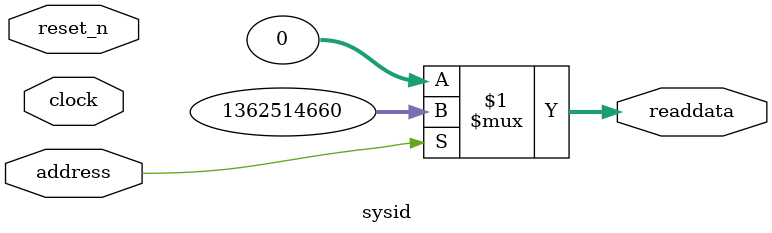
<source format=v>
module sysid (
                address,
                clock,
                reset_n,
                readdata
             )
;
  output  [ 31: 0] readdata;
  input            address;
  input            clock;
  input            reset_n;
  wire    [ 31: 0] readdata;
  assign readdata = address ? 1362514660 : 0;
endmodule
</source>
